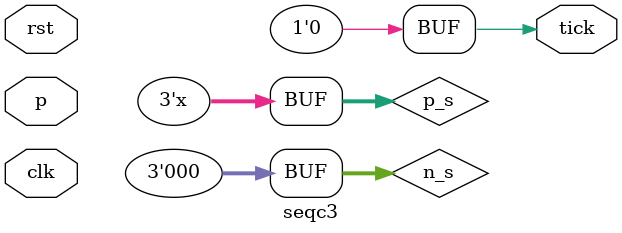
<source format=v>
module seqc3(
    input p,clk,rst,
    output reg tick
    );
localparam a=3'b000;
localparam b=3'b001;
localparam c=3'b010;
localparam d=3'b011;
localparam e=3'b100;
localparam f=3'b101;
localparam g=3'b110;
localparam h=3'b111;

reg [2:0] p_s,n_s;
always @ (posedge clk,posedge rst)
begin
   if(rst) p_s=a;
	else  p_s=n_s;
end
always @ *
   begin
     p_s=n_s;
     tick=1'b0;
     case(p_s)
       a:if(p)  n_s=b;
         else n_s=a;	
       b:if(p)  n_s=c;
         else n_s=a;
       c:if(p)  n_s=c;
         else n_s=a;
		 d:if(p)  n_s=e;
         else n_s=a;	
       e:if(p)  n_s=f;
         else n_s=a;
       f:if(p)  n_s=g;
         else n_s=a;
       g:if(p) n_s=h;
		 else
     		 n_s=a;  
		h:if(p) begin 
		n_s=h; tick=1'b1; 
			 end
         else
			n_s=a;
			
       default:begin
         tick=1'b0;   n_s=a;
        end
     endcase
   end	  
endmodule

</source>
